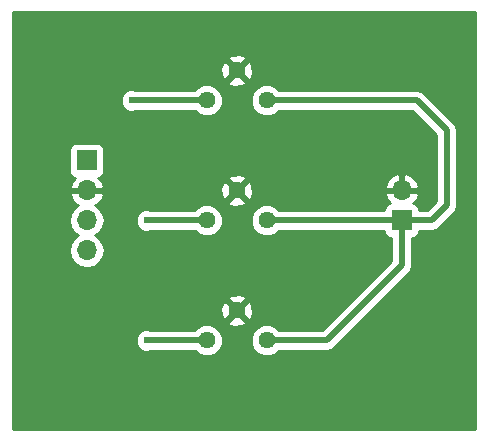
<source format=gbl>
G04 #@! TF.FileFunction,Copper,L2,Bot,Signal*
%FSLAX46Y46*%
G04 Gerber Fmt 4.6, Leading zero omitted, Abs format (unit mm)*
G04 Created by KiCad (PCBNEW 4.0.7) date 01/16/19 16:16:52*
%MOMM*%
%LPD*%
G01*
G04 APERTURE LIST*
%ADD10C,0.100000*%
%ADD11R,1.700000X1.700000*%
%ADD12O,1.700000X1.700000*%
%ADD13C,1.440000*%
%ADD14C,0.600000*%
%ADD15C,0.508000*%
%ADD16C,0.254000*%
G04 APERTURE END LIST*
D10*
D11*
X116840000Y-96520000D03*
D12*
X116840000Y-99060000D03*
X116840000Y-101600000D03*
X116840000Y-104140000D03*
D11*
X143510000Y-101600000D03*
D12*
X143510000Y-99060000D03*
D13*
X127000000Y-101600000D03*
X129540000Y-99060000D03*
X132080000Y-101600000D03*
X127000000Y-111760000D03*
X129540000Y-109220000D03*
X132080000Y-111760000D03*
X127000000Y-91440000D03*
X129540000Y-88900000D03*
X132080000Y-91440000D03*
D14*
X120650000Y-91440000D03*
X121920000Y-101600000D03*
X121920000Y-111760000D03*
D15*
X127000000Y-91440000D02*
X120650000Y-91440000D01*
X127000000Y-101600000D02*
X121920000Y-101600000D01*
X127000000Y-111760000D02*
X121920000Y-111760000D01*
X143510000Y-101600000D02*
X146050000Y-101600000D01*
X144780000Y-91440000D02*
X132080000Y-91440000D01*
X147320000Y-93980000D02*
X144780000Y-91440000D01*
X147320000Y-100330000D02*
X147320000Y-93980000D01*
X146050000Y-101600000D02*
X147320000Y-100330000D01*
X143510000Y-101600000D02*
X132080000Y-101600000D01*
X143510000Y-101600000D02*
X143510000Y-105410000D01*
X137160000Y-111760000D02*
X132080000Y-111760000D01*
X143510000Y-105410000D02*
X137160000Y-111760000D01*
D16*
G36*
X149733000Y-119253000D02*
X110617000Y-119253000D01*
X110617000Y-111945167D01*
X120984838Y-111945167D01*
X121126883Y-112288943D01*
X121389673Y-112552192D01*
X121733201Y-112694838D01*
X122105167Y-112695162D01*
X122216888Y-112649000D01*
X125972861Y-112649000D01*
X126231452Y-112908043D01*
X126729291Y-113114764D01*
X127268344Y-113115235D01*
X127766543Y-112909383D01*
X128148043Y-112528548D01*
X128354764Y-112030709D01*
X128355235Y-111491656D01*
X128149383Y-110993457D01*
X127768548Y-110611957D01*
X127270709Y-110405236D01*
X126731656Y-110404765D01*
X126233457Y-110610617D01*
X125972619Y-110871000D01*
X122217189Y-110871000D01*
X122106799Y-110825162D01*
X121734833Y-110824838D01*
X121391057Y-110966883D01*
X121127808Y-111229673D01*
X120985162Y-111573201D01*
X120984838Y-111945167D01*
X110617000Y-111945167D01*
X110617000Y-110169774D01*
X128769831Y-110169774D01*
X128834131Y-110407611D01*
X129342342Y-110587333D01*
X129880644Y-110558892D01*
X130245869Y-110407611D01*
X130310169Y-110169774D01*
X129540000Y-109399605D01*
X128769831Y-110169774D01*
X110617000Y-110169774D01*
X110617000Y-109022342D01*
X128172667Y-109022342D01*
X128201108Y-109560644D01*
X128352389Y-109925869D01*
X128590226Y-109990169D01*
X129360395Y-109220000D01*
X129719605Y-109220000D01*
X130489774Y-109990169D01*
X130727611Y-109925869D01*
X130907333Y-109417658D01*
X130878892Y-108879356D01*
X130727611Y-108514131D01*
X130489774Y-108449831D01*
X129719605Y-109220000D01*
X129360395Y-109220000D01*
X128590226Y-108449831D01*
X128352389Y-108514131D01*
X128172667Y-109022342D01*
X110617000Y-109022342D01*
X110617000Y-108270226D01*
X128769831Y-108270226D01*
X129540000Y-109040395D01*
X130310169Y-108270226D01*
X130245869Y-108032389D01*
X129737658Y-107852667D01*
X129199356Y-107881108D01*
X128834131Y-108032389D01*
X128769831Y-108270226D01*
X110617000Y-108270226D01*
X110617000Y-101600000D01*
X115325907Y-101600000D01*
X115438946Y-102168285D01*
X115760853Y-102650054D01*
X116090026Y-102870000D01*
X115760853Y-103089946D01*
X115438946Y-103571715D01*
X115325907Y-104140000D01*
X115438946Y-104708285D01*
X115760853Y-105190054D01*
X116242622Y-105511961D01*
X116810907Y-105625000D01*
X116869093Y-105625000D01*
X117437378Y-105511961D01*
X117919147Y-105190054D01*
X118241054Y-104708285D01*
X118354093Y-104140000D01*
X118241054Y-103571715D01*
X117919147Y-103089946D01*
X117589974Y-102870000D01*
X117919147Y-102650054D01*
X118241054Y-102168285D01*
X118317260Y-101785167D01*
X120984838Y-101785167D01*
X121126883Y-102128943D01*
X121389673Y-102392192D01*
X121733201Y-102534838D01*
X122105167Y-102535162D01*
X122216888Y-102489000D01*
X125972861Y-102489000D01*
X126231452Y-102748043D01*
X126729291Y-102954764D01*
X127268344Y-102955235D01*
X127766543Y-102749383D01*
X128148043Y-102368548D01*
X128354764Y-101870709D01*
X128355235Y-101331656D01*
X128149383Y-100833457D01*
X127768548Y-100451957D01*
X127270709Y-100245236D01*
X126731656Y-100244765D01*
X126233457Y-100450617D01*
X125972619Y-100711000D01*
X122217189Y-100711000D01*
X122106799Y-100665162D01*
X121734833Y-100664838D01*
X121391057Y-100806883D01*
X121127808Y-101069673D01*
X120985162Y-101413201D01*
X120984838Y-101785167D01*
X118317260Y-101785167D01*
X118354093Y-101600000D01*
X118241054Y-101031715D01*
X117919147Y-100549946D01*
X117578447Y-100322298D01*
X117721358Y-100255183D01*
X117945007Y-100009774D01*
X128769831Y-100009774D01*
X128834131Y-100247611D01*
X129342342Y-100427333D01*
X129880644Y-100398892D01*
X130245869Y-100247611D01*
X130310169Y-100009774D01*
X129540000Y-99239605D01*
X128769831Y-100009774D01*
X117945007Y-100009774D01*
X118111645Y-99826924D01*
X118281476Y-99416890D01*
X118160155Y-99187000D01*
X116967000Y-99187000D01*
X116967000Y-99207000D01*
X116713000Y-99207000D01*
X116713000Y-99187000D01*
X115519845Y-99187000D01*
X115398524Y-99416890D01*
X115568355Y-99826924D01*
X115958642Y-100255183D01*
X116101553Y-100322298D01*
X115760853Y-100549946D01*
X115438946Y-101031715D01*
X115325907Y-101600000D01*
X110617000Y-101600000D01*
X110617000Y-95670000D01*
X115342560Y-95670000D01*
X115342560Y-97370000D01*
X115386838Y-97605317D01*
X115525910Y-97821441D01*
X115738110Y-97966431D01*
X115846107Y-97988301D01*
X115568355Y-98293076D01*
X115398524Y-98703110D01*
X115519845Y-98933000D01*
X116713000Y-98933000D01*
X116713000Y-98913000D01*
X116967000Y-98913000D01*
X116967000Y-98933000D01*
X118160155Y-98933000D01*
X118197443Y-98862342D01*
X128172667Y-98862342D01*
X128201108Y-99400644D01*
X128352389Y-99765869D01*
X128590226Y-99830169D01*
X129360395Y-99060000D01*
X129719605Y-99060000D01*
X130489774Y-99830169D01*
X130727611Y-99765869D01*
X130907333Y-99257658D01*
X130878892Y-98719356D01*
X130872163Y-98703110D01*
X142068524Y-98703110D01*
X142189845Y-98933000D01*
X143383000Y-98933000D01*
X143383000Y-97739181D01*
X143637000Y-97739181D01*
X143637000Y-98933000D01*
X144830155Y-98933000D01*
X144951476Y-98703110D01*
X144781645Y-98293076D01*
X144391358Y-97864817D01*
X143866892Y-97618514D01*
X143637000Y-97739181D01*
X143383000Y-97739181D01*
X143153108Y-97618514D01*
X142628642Y-97864817D01*
X142238355Y-98293076D01*
X142068524Y-98703110D01*
X130872163Y-98703110D01*
X130727611Y-98354131D01*
X130489774Y-98289831D01*
X129719605Y-99060000D01*
X129360395Y-99060000D01*
X128590226Y-98289831D01*
X128352389Y-98354131D01*
X128172667Y-98862342D01*
X118197443Y-98862342D01*
X118281476Y-98703110D01*
X118111645Y-98293076D01*
X117945008Y-98110226D01*
X128769831Y-98110226D01*
X129540000Y-98880395D01*
X130310169Y-98110226D01*
X130245869Y-97872389D01*
X129737658Y-97692667D01*
X129199356Y-97721108D01*
X128834131Y-97872389D01*
X128769831Y-98110226D01*
X117945008Y-98110226D01*
X117835499Y-97990063D01*
X117925317Y-97973162D01*
X118141441Y-97834090D01*
X118286431Y-97621890D01*
X118337440Y-97370000D01*
X118337440Y-95670000D01*
X118293162Y-95434683D01*
X118154090Y-95218559D01*
X117941890Y-95073569D01*
X117690000Y-95022560D01*
X115990000Y-95022560D01*
X115754683Y-95066838D01*
X115538559Y-95205910D01*
X115393569Y-95418110D01*
X115342560Y-95670000D01*
X110617000Y-95670000D01*
X110617000Y-91625167D01*
X119714838Y-91625167D01*
X119856883Y-91968943D01*
X120119673Y-92232192D01*
X120463201Y-92374838D01*
X120835167Y-92375162D01*
X120946888Y-92329000D01*
X125972861Y-92329000D01*
X126231452Y-92588043D01*
X126729291Y-92794764D01*
X127268344Y-92795235D01*
X127766543Y-92589383D01*
X128148043Y-92208548D01*
X128354764Y-91710709D01*
X128354766Y-91708344D01*
X130724765Y-91708344D01*
X130930617Y-92206543D01*
X131311452Y-92588043D01*
X131809291Y-92794764D01*
X132348344Y-92795235D01*
X132846543Y-92589383D01*
X133107381Y-92329000D01*
X144411764Y-92329000D01*
X146431000Y-94348236D01*
X146431000Y-99961764D01*
X145681764Y-100711000D01*
X145000102Y-100711000D01*
X144963162Y-100514683D01*
X144824090Y-100298559D01*
X144611890Y-100153569D01*
X144503893Y-100131699D01*
X144781645Y-99826924D01*
X144951476Y-99416890D01*
X144830155Y-99187000D01*
X143637000Y-99187000D01*
X143637000Y-99207000D01*
X143383000Y-99207000D01*
X143383000Y-99187000D01*
X142189845Y-99187000D01*
X142068524Y-99416890D01*
X142238355Y-99826924D01*
X142514501Y-100129937D01*
X142424683Y-100146838D01*
X142208559Y-100285910D01*
X142063569Y-100498110D01*
X142020458Y-100711000D01*
X133107139Y-100711000D01*
X132848548Y-100451957D01*
X132350709Y-100245236D01*
X131811656Y-100244765D01*
X131313457Y-100450617D01*
X130931957Y-100831452D01*
X130725236Y-101329291D01*
X130724765Y-101868344D01*
X130930617Y-102366543D01*
X131311452Y-102748043D01*
X131809291Y-102954764D01*
X132348344Y-102955235D01*
X132846543Y-102749383D01*
X133107381Y-102489000D01*
X142019898Y-102489000D01*
X142056838Y-102685317D01*
X142195910Y-102901441D01*
X142408110Y-103046431D01*
X142621000Y-103089542D01*
X142621000Y-105041764D01*
X136791764Y-110871000D01*
X133107139Y-110871000D01*
X132848548Y-110611957D01*
X132350709Y-110405236D01*
X131811656Y-110404765D01*
X131313457Y-110610617D01*
X130931957Y-110991452D01*
X130725236Y-111489291D01*
X130724765Y-112028344D01*
X130930617Y-112526543D01*
X131311452Y-112908043D01*
X131809291Y-113114764D01*
X132348344Y-113115235D01*
X132846543Y-112909383D01*
X133107381Y-112649000D01*
X137160000Y-112649000D01*
X137500206Y-112581329D01*
X137788618Y-112388618D01*
X144138618Y-106038618D01*
X144331329Y-105750206D01*
X144399000Y-105410000D01*
X144399000Y-103090102D01*
X144595317Y-103053162D01*
X144811441Y-102914090D01*
X144956431Y-102701890D01*
X144999542Y-102489000D01*
X146050000Y-102489000D01*
X146390206Y-102421329D01*
X146678618Y-102228618D01*
X147948618Y-100958618D01*
X148032248Y-100833457D01*
X148141329Y-100670206D01*
X148209000Y-100330000D01*
X148209000Y-93980000D01*
X148141329Y-93639794D01*
X147948618Y-93351382D01*
X145408618Y-90811382D01*
X145120206Y-90618671D01*
X144780000Y-90551000D01*
X133107139Y-90551000D01*
X132848548Y-90291957D01*
X132350709Y-90085236D01*
X131811656Y-90084765D01*
X131313457Y-90290617D01*
X130931957Y-90671452D01*
X130725236Y-91169291D01*
X130724765Y-91708344D01*
X128354766Y-91708344D01*
X128355235Y-91171656D01*
X128149383Y-90673457D01*
X127768548Y-90291957D01*
X127270709Y-90085236D01*
X126731656Y-90084765D01*
X126233457Y-90290617D01*
X125972619Y-90551000D01*
X120947189Y-90551000D01*
X120836799Y-90505162D01*
X120464833Y-90504838D01*
X120121057Y-90646883D01*
X119857808Y-90909673D01*
X119715162Y-91253201D01*
X119714838Y-91625167D01*
X110617000Y-91625167D01*
X110617000Y-89849774D01*
X128769831Y-89849774D01*
X128834131Y-90087611D01*
X129342342Y-90267333D01*
X129880644Y-90238892D01*
X130245869Y-90087611D01*
X130310169Y-89849774D01*
X129540000Y-89079605D01*
X128769831Y-89849774D01*
X110617000Y-89849774D01*
X110617000Y-88702342D01*
X128172667Y-88702342D01*
X128201108Y-89240644D01*
X128352389Y-89605869D01*
X128590226Y-89670169D01*
X129360395Y-88900000D01*
X129719605Y-88900000D01*
X130489774Y-89670169D01*
X130727611Y-89605869D01*
X130907333Y-89097658D01*
X130878892Y-88559356D01*
X130727611Y-88194131D01*
X130489774Y-88129831D01*
X129719605Y-88900000D01*
X129360395Y-88900000D01*
X128590226Y-88129831D01*
X128352389Y-88194131D01*
X128172667Y-88702342D01*
X110617000Y-88702342D01*
X110617000Y-87950226D01*
X128769831Y-87950226D01*
X129540000Y-88720395D01*
X130310169Y-87950226D01*
X130245869Y-87712389D01*
X129737658Y-87532667D01*
X129199356Y-87561108D01*
X128834131Y-87712389D01*
X128769831Y-87950226D01*
X110617000Y-87950226D01*
X110617000Y-83947000D01*
X149733000Y-83947000D01*
X149733000Y-119253000D01*
X149733000Y-119253000D01*
G37*
X149733000Y-119253000D02*
X110617000Y-119253000D01*
X110617000Y-111945167D01*
X120984838Y-111945167D01*
X121126883Y-112288943D01*
X121389673Y-112552192D01*
X121733201Y-112694838D01*
X122105167Y-112695162D01*
X122216888Y-112649000D01*
X125972861Y-112649000D01*
X126231452Y-112908043D01*
X126729291Y-113114764D01*
X127268344Y-113115235D01*
X127766543Y-112909383D01*
X128148043Y-112528548D01*
X128354764Y-112030709D01*
X128355235Y-111491656D01*
X128149383Y-110993457D01*
X127768548Y-110611957D01*
X127270709Y-110405236D01*
X126731656Y-110404765D01*
X126233457Y-110610617D01*
X125972619Y-110871000D01*
X122217189Y-110871000D01*
X122106799Y-110825162D01*
X121734833Y-110824838D01*
X121391057Y-110966883D01*
X121127808Y-111229673D01*
X120985162Y-111573201D01*
X120984838Y-111945167D01*
X110617000Y-111945167D01*
X110617000Y-110169774D01*
X128769831Y-110169774D01*
X128834131Y-110407611D01*
X129342342Y-110587333D01*
X129880644Y-110558892D01*
X130245869Y-110407611D01*
X130310169Y-110169774D01*
X129540000Y-109399605D01*
X128769831Y-110169774D01*
X110617000Y-110169774D01*
X110617000Y-109022342D01*
X128172667Y-109022342D01*
X128201108Y-109560644D01*
X128352389Y-109925869D01*
X128590226Y-109990169D01*
X129360395Y-109220000D01*
X129719605Y-109220000D01*
X130489774Y-109990169D01*
X130727611Y-109925869D01*
X130907333Y-109417658D01*
X130878892Y-108879356D01*
X130727611Y-108514131D01*
X130489774Y-108449831D01*
X129719605Y-109220000D01*
X129360395Y-109220000D01*
X128590226Y-108449831D01*
X128352389Y-108514131D01*
X128172667Y-109022342D01*
X110617000Y-109022342D01*
X110617000Y-108270226D01*
X128769831Y-108270226D01*
X129540000Y-109040395D01*
X130310169Y-108270226D01*
X130245869Y-108032389D01*
X129737658Y-107852667D01*
X129199356Y-107881108D01*
X128834131Y-108032389D01*
X128769831Y-108270226D01*
X110617000Y-108270226D01*
X110617000Y-101600000D01*
X115325907Y-101600000D01*
X115438946Y-102168285D01*
X115760853Y-102650054D01*
X116090026Y-102870000D01*
X115760853Y-103089946D01*
X115438946Y-103571715D01*
X115325907Y-104140000D01*
X115438946Y-104708285D01*
X115760853Y-105190054D01*
X116242622Y-105511961D01*
X116810907Y-105625000D01*
X116869093Y-105625000D01*
X117437378Y-105511961D01*
X117919147Y-105190054D01*
X118241054Y-104708285D01*
X118354093Y-104140000D01*
X118241054Y-103571715D01*
X117919147Y-103089946D01*
X117589974Y-102870000D01*
X117919147Y-102650054D01*
X118241054Y-102168285D01*
X118317260Y-101785167D01*
X120984838Y-101785167D01*
X121126883Y-102128943D01*
X121389673Y-102392192D01*
X121733201Y-102534838D01*
X122105167Y-102535162D01*
X122216888Y-102489000D01*
X125972861Y-102489000D01*
X126231452Y-102748043D01*
X126729291Y-102954764D01*
X127268344Y-102955235D01*
X127766543Y-102749383D01*
X128148043Y-102368548D01*
X128354764Y-101870709D01*
X128355235Y-101331656D01*
X128149383Y-100833457D01*
X127768548Y-100451957D01*
X127270709Y-100245236D01*
X126731656Y-100244765D01*
X126233457Y-100450617D01*
X125972619Y-100711000D01*
X122217189Y-100711000D01*
X122106799Y-100665162D01*
X121734833Y-100664838D01*
X121391057Y-100806883D01*
X121127808Y-101069673D01*
X120985162Y-101413201D01*
X120984838Y-101785167D01*
X118317260Y-101785167D01*
X118354093Y-101600000D01*
X118241054Y-101031715D01*
X117919147Y-100549946D01*
X117578447Y-100322298D01*
X117721358Y-100255183D01*
X117945007Y-100009774D01*
X128769831Y-100009774D01*
X128834131Y-100247611D01*
X129342342Y-100427333D01*
X129880644Y-100398892D01*
X130245869Y-100247611D01*
X130310169Y-100009774D01*
X129540000Y-99239605D01*
X128769831Y-100009774D01*
X117945007Y-100009774D01*
X118111645Y-99826924D01*
X118281476Y-99416890D01*
X118160155Y-99187000D01*
X116967000Y-99187000D01*
X116967000Y-99207000D01*
X116713000Y-99207000D01*
X116713000Y-99187000D01*
X115519845Y-99187000D01*
X115398524Y-99416890D01*
X115568355Y-99826924D01*
X115958642Y-100255183D01*
X116101553Y-100322298D01*
X115760853Y-100549946D01*
X115438946Y-101031715D01*
X115325907Y-101600000D01*
X110617000Y-101600000D01*
X110617000Y-95670000D01*
X115342560Y-95670000D01*
X115342560Y-97370000D01*
X115386838Y-97605317D01*
X115525910Y-97821441D01*
X115738110Y-97966431D01*
X115846107Y-97988301D01*
X115568355Y-98293076D01*
X115398524Y-98703110D01*
X115519845Y-98933000D01*
X116713000Y-98933000D01*
X116713000Y-98913000D01*
X116967000Y-98913000D01*
X116967000Y-98933000D01*
X118160155Y-98933000D01*
X118197443Y-98862342D01*
X128172667Y-98862342D01*
X128201108Y-99400644D01*
X128352389Y-99765869D01*
X128590226Y-99830169D01*
X129360395Y-99060000D01*
X129719605Y-99060000D01*
X130489774Y-99830169D01*
X130727611Y-99765869D01*
X130907333Y-99257658D01*
X130878892Y-98719356D01*
X130872163Y-98703110D01*
X142068524Y-98703110D01*
X142189845Y-98933000D01*
X143383000Y-98933000D01*
X143383000Y-97739181D01*
X143637000Y-97739181D01*
X143637000Y-98933000D01*
X144830155Y-98933000D01*
X144951476Y-98703110D01*
X144781645Y-98293076D01*
X144391358Y-97864817D01*
X143866892Y-97618514D01*
X143637000Y-97739181D01*
X143383000Y-97739181D01*
X143153108Y-97618514D01*
X142628642Y-97864817D01*
X142238355Y-98293076D01*
X142068524Y-98703110D01*
X130872163Y-98703110D01*
X130727611Y-98354131D01*
X130489774Y-98289831D01*
X129719605Y-99060000D01*
X129360395Y-99060000D01*
X128590226Y-98289831D01*
X128352389Y-98354131D01*
X128172667Y-98862342D01*
X118197443Y-98862342D01*
X118281476Y-98703110D01*
X118111645Y-98293076D01*
X117945008Y-98110226D01*
X128769831Y-98110226D01*
X129540000Y-98880395D01*
X130310169Y-98110226D01*
X130245869Y-97872389D01*
X129737658Y-97692667D01*
X129199356Y-97721108D01*
X128834131Y-97872389D01*
X128769831Y-98110226D01*
X117945008Y-98110226D01*
X117835499Y-97990063D01*
X117925317Y-97973162D01*
X118141441Y-97834090D01*
X118286431Y-97621890D01*
X118337440Y-97370000D01*
X118337440Y-95670000D01*
X118293162Y-95434683D01*
X118154090Y-95218559D01*
X117941890Y-95073569D01*
X117690000Y-95022560D01*
X115990000Y-95022560D01*
X115754683Y-95066838D01*
X115538559Y-95205910D01*
X115393569Y-95418110D01*
X115342560Y-95670000D01*
X110617000Y-95670000D01*
X110617000Y-91625167D01*
X119714838Y-91625167D01*
X119856883Y-91968943D01*
X120119673Y-92232192D01*
X120463201Y-92374838D01*
X120835167Y-92375162D01*
X120946888Y-92329000D01*
X125972861Y-92329000D01*
X126231452Y-92588043D01*
X126729291Y-92794764D01*
X127268344Y-92795235D01*
X127766543Y-92589383D01*
X128148043Y-92208548D01*
X128354764Y-91710709D01*
X128354766Y-91708344D01*
X130724765Y-91708344D01*
X130930617Y-92206543D01*
X131311452Y-92588043D01*
X131809291Y-92794764D01*
X132348344Y-92795235D01*
X132846543Y-92589383D01*
X133107381Y-92329000D01*
X144411764Y-92329000D01*
X146431000Y-94348236D01*
X146431000Y-99961764D01*
X145681764Y-100711000D01*
X145000102Y-100711000D01*
X144963162Y-100514683D01*
X144824090Y-100298559D01*
X144611890Y-100153569D01*
X144503893Y-100131699D01*
X144781645Y-99826924D01*
X144951476Y-99416890D01*
X144830155Y-99187000D01*
X143637000Y-99187000D01*
X143637000Y-99207000D01*
X143383000Y-99207000D01*
X143383000Y-99187000D01*
X142189845Y-99187000D01*
X142068524Y-99416890D01*
X142238355Y-99826924D01*
X142514501Y-100129937D01*
X142424683Y-100146838D01*
X142208559Y-100285910D01*
X142063569Y-100498110D01*
X142020458Y-100711000D01*
X133107139Y-100711000D01*
X132848548Y-100451957D01*
X132350709Y-100245236D01*
X131811656Y-100244765D01*
X131313457Y-100450617D01*
X130931957Y-100831452D01*
X130725236Y-101329291D01*
X130724765Y-101868344D01*
X130930617Y-102366543D01*
X131311452Y-102748043D01*
X131809291Y-102954764D01*
X132348344Y-102955235D01*
X132846543Y-102749383D01*
X133107381Y-102489000D01*
X142019898Y-102489000D01*
X142056838Y-102685317D01*
X142195910Y-102901441D01*
X142408110Y-103046431D01*
X142621000Y-103089542D01*
X142621000Y-105041764D01*
X136791764Y-110871000D01*
X133107139Y-110871000D01*
X132848548Y-110611957D01*
X132350709Y-110405236D01*
X131811656Y-110404765D01*
X131313457Y-110610617D01*
X130931957Y-110991452D01*
X130725236Y-111489291D01*
X130724765Y-112028344D01*
X130930617Y-112526543D01*
X131311452Y-112908043D01*
X131809291Y-113114764D01*
X132348344Y-113115235D01*
X132846543Y-112909383D01*
X133107381Y-112649000D01*
X137160000Y-112649000D01*
X137500206Y-112581329D01*
X137788618Y-112388618D01*
X144138618Y-106038618D01*
X144331329Y-105750206D01*
X144399000Y-105410000D01*
X144399000Y-103090102D01*
X144595317Y-103053162D01*
X144811441Y-102914090D01*
X144956431Y-102701890D01*
X144999542Y-102489000D01*
X146050000Y-102489000D01*
X146390206Y-102421329D01*
X146678618Y-102228618D01*
X147948618Y-100958618D01*
X148032248Y-100833457D01*
X148141329Y-100670206D01*
X148209000Y-100330000D01*
X148209000Y-93980000D01*
X148141329Y-93639794D01*
X147948618Y-93351382D01*
X145408618Y-90811382D01*
X145120206Y-90618671D01*
X144780000Y-90551000D01*
X133107139Y-90551000D01*
X132848548Y-90291957D01*
X132350709Y-90085236D01*
X131811656Y-90084765D01*
X131313457Y-90290617D01*
X130931957Y-90671452D01*
X130725236Y-91169291D01*
X130724765Y-91708344D01*
X128354766Y-91708344D01*
X128355235Y-91171656D01*
X128149383Y-90673457D01*
X127768548Y-90291957D01*
X127270709Y-90085236D01*
X126731656Y-90084765D01*
X126233457Y-90290617D01*
X125972619Y-90551000D01*
X120947189Y-90551000D01*
X120836799Y-90505162D01*
X120464833Y-90504838D01*
X120121057Y-90646883D01*
X119857808Y-90909673D01*
X119715162Y-91253201D01*
X119714838Y-91625167D01*
X110617000Y-91625167D01*
X110617000Y-89849774D01*
X128769831Y-89849774D01*
X128834131Y-90087611D01*
X129342342Y-90267333D01*
X129880644Y-90238892D01*
X130245869Y-90087611D01*
X130310169Y-89849774D01*
X129540000Y-89079605D01*
X128769831Y-89849774D01*
X110617000Y-89849774D01*
X110617000Y-88702342D01*
X128172667Y-88702342D01*
X128201108Y-89240644D01*
X128352389Y-89605869D01*
X128590226Y-89670169D01*
X129360395Y-88900000D01*
X129719605Y-88900000D01*
X130489774Y-89670169D01*
X130727611Y-89605869D01*
X130907333Y-89097658D01*
X130878892Y-88559356D01*
X130727611Y-88194131D01*
X130489774Y-88129831D01*
X129719605Y-88900000D01*
X129360395Y-88900000D01*
X128590226Y-88129831D01*
X128352389Y-88194131D01*
X128172667Y-88702342D01*
X110617000Y-88702342D01*
X110617000Y-87950226D01*
X128769831Y-87950226D01*
X129540000Y-88720395D01*
X130310169Y-87950226D01*
X130245869Y-87712389D01*
X129737658Y-87532667D01*
X129199356Y-87561108D01*
X128834131Y-87712389D01*
X128769831Y-87950226D01*
X110617000Y-87950226D01*
X110617000Y-83947000D01*
X149733000Y-83947000D01*
X149733000Y-119253000D01*
M02*

</source>
